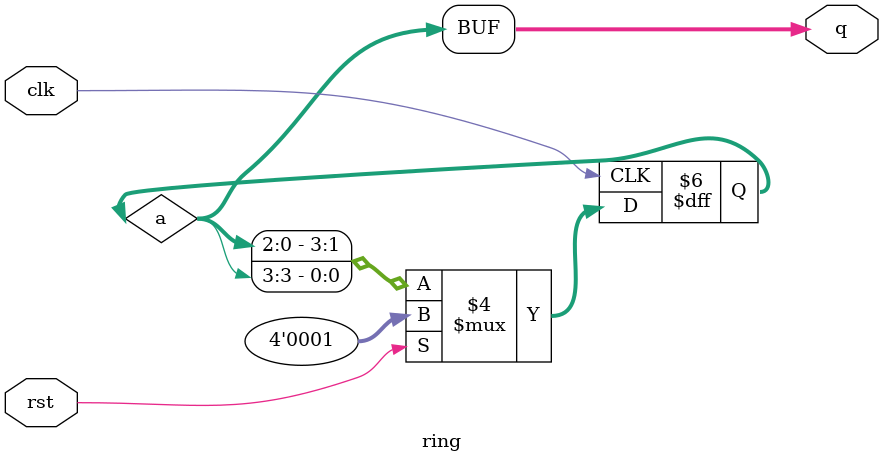
<source format=v>
module ring (
    input clk,
    input rst,
    output reg [3:0] q
);

reg [3:0]a;

always @(posedge clk) begin
    if (rst)
        a <= 4'b0001;
    else
        a <= {a[2:0], a[3]};  // Rotate left
end

always @(*) begin
    q = a;
end

endmodule

</source>
